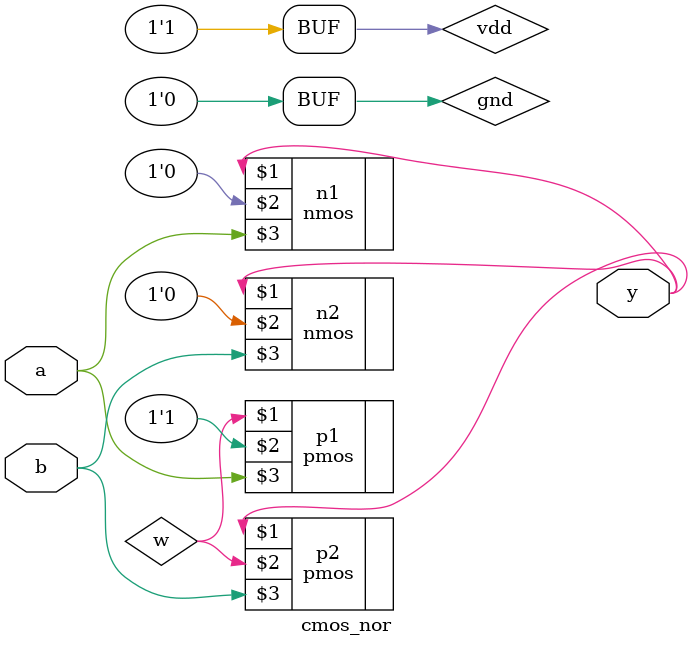
<source format=v>
module cmos_nor(
input a,b,
output y
);
supply1 vdd;
supply0 gnd;

wire w;

pmos p1(w,vdd,a);
pmos p2(y,w,b);
 
nmos n1(y,gnd,a);
nmos n2(y,gnd,b);

endmodule

</source>
